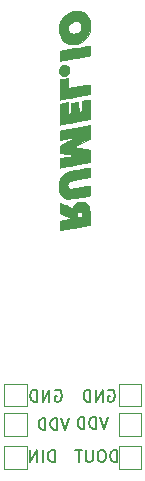
<source format=gbr>
G04 #@! TF.GenerationSoftware,KiCad,Pcbnew,(5.1.6)-1*
G04 #@! TF.CreationDate,2020-08-07T11:21:43-04:00*
G04 #@! TF.ProjectId,daftPunk,64616674-5075-46e6-9b2e-6b696361645f,rev?*
G04 #@! TF.SameCoordinates,Original*
G04 #@! TF.FileFunction,Legend,Bot*
G04 #@! TF.FilePolarity,Positive*
%FSLAX46Y46*%
G04 Gerber Fmt 4.6, Leading zero omitted, Abs format (unit mm)*
G04 Created by KiCad (PCBNEW (5.1.6)-1) date 2020-08-07 11:21:43*
%MOMM*%
%LPD*%
G01*
G04 APERTURE LIST*
%ADD10C,0.150000*%
%ADD11C,0.010000*%
%ADD12C,0.120000*%
G04 APERTURE END LIST*
D10*
X154461904Y-82300000D02*
X154557142Y-82252380D01*
X154700000Y-82252380D01*
X154842857Y-82300000D01*
X154938095Y-82395238D01*
X154985714Y-82490476D01*
X155033333Y-82680952D01*
X155033333Y-82823809D01*
X154985714Y-83014285D01*
X154938095Y-83109523D01*
X154842857Y-83204761D01*
X154700000Y-83252380D01*
X154604761Y-83252380D01*
X154461904Y-83204761D01*
X154414285Y-83157142D01*
X154414285Y-82823809D01*
X154604761Y-82823809D01*
X153985714Y-83252380D02*
X153985714Y-82252380D01*
X153414285Y-83252380D01*
X153414285Y-82252380D01*
X152938095Y-83252380D02*
X152938095Y-82252380D01*
X152700000Y-82252380D01*
X152557142Y-82300000D01*
X152461904Y-82395238D01*
X152414285Y-82490476D01*
X152366666Y-82680952D01*
X152366666Y-82823809D01*
X152414285Y-83014285D01*
X152461904Y-83109523D01*
X152557142Y-83204761D01*
X152700000Y-83252380D01*
X152938095Y-83252380D01*
X154433333Y-84552380D02*
X154100000Y-85552380D01*
X153766666Y-84552380D01*
X153433333Y-85552380D02*
X153433333Y-84552380D01*
X153195238Y-84552380D01*
X153052380Y-84600000D01*
X152957142Y-84695238D01*
X152909523Y-84790476D01*
X152861904Y-84980952D01*
X152861904Y-85123809D01*
X152909523Y-85314285D01*
X152957142Y-85409523D01*
X153052380Y-85504761D01*
X153195238Y-85552380D01*
X153433333Y-85552380D01*
X152433333Y-85552380D02*
X152433333Y-84552380D01*
X152195238Y-84552380D01*
X152052380Y-84600000D01*
X151957142Y-84695238D01*
X151909523Y-84790476D01*
X151861904Y-84980952D01*
X151861904Y-85123809D01*
X151909523Y-85314285D01*
X151957142Y-85409523D01*
X152052380Y-85504761D01*
X152195238Y-85552380D01*
X152433333Y-85552380D01*
X155190476Y-88352380D02*
X155190476Y-87352380D01*
X154952380Y-87352380D01*
X154809523Y-87400000D01*
X154714285Y-87495238D01*
X154666666Y-87590476D01*
X154619047Y-87780952D01*
X154619047Y-87923809D01*
X154666666Y-88114285D01*
X154714285Y-88209523D01*
X154809523Y-88304761D01*
X154952380Y-88352380D01*
X155190476Y-88352380D01*
X154000000Y-87352380D02*
X153809523Y-87352380D01*
X153714285Y-87400000D01*
X153619047Y-87495238D01*
X153571428Y-87685714D01*
X153571428Y-88019047D01*
X153619047Y-88209523D01*
X153714285Y-88304761D01*
X153809523Y-88352380D01*
X154000000Y-88352380D01*
X154095238Y-88304761D01*
X154190476Y-88209523D01*
X154238095Y-88019047D01*
X154238095Y-87685714D01*
X154190476Y-87495238D01*
X154095238Y-87400000D01*
X154000000Y-87352380D01*
X153142857Y-87352380D02*
X153142857Y-88161904D01*
X153095238Y-88257142D01*
X153047619Y-88304761D01*
X152952380Y-88352380D01*
X152761904Y-88352380D01*
X152666666Y-88304761D01*
X152619047Y-88257142D01*
X152571428Y-88161904D01*
X152571428Y-87352380D01*
X152238095Y-87352380D02*
X151666666Y-87352380D01*
X151952380Y-88352380D02*
X151952380Y-87352380D01*
X149961904Y-82300000D02*
X150057142Y-82252380D01*
X150200000Y-82252380D01*
X150342857Y-82300000D01*
X150438095Y-82395238D01*
X150485714Y-82490476D01*
X150533333Y-82680952D01*
X150533333Y-82823809D01*
X150485714Y-83014285D01*
X150438095Y-83109523D01*
X150342857Y-83204761D01*
X150200000Y-83252380D01*
X150104761Y-83252380D01*
X149961904Y-83204761D01*
X149914285Y-83157142D01*
X149914285Y-82823809D01*
X150104761Y-82823809D01*
X149485714Y-83252380D02*
X149485714Y-82252380D01*
X148914285Y-83252380D01*
X148914285Y-82252380D01*
X148438095Y-83252380D02*
X148438095Y-82252380D01*
X148200000Y-82252380D01*
X148057142Y-82300000D01*
X147961904Y-82395238D01*
X147914285Y-82490476D01*
X147866666Y-82680952D01*
X147866666Y-82823809D01*
X147914285Y-83014285D01*
X147961904Y-83109523D01*
X148057142Y-83204761D01*
X148200000Y-83252380D01*
X148438095Y-83252380D01*
X151133333Y-84652380D02*
X150800000Y-85652380D01*
X150466666Y-84652380D01*
X150133333Y-85652380D02*
X150133333Y-84652380D01*
X149895238Y-84652380D01*
X149752380Y-84700000D01*
X149657142Y-84795238D01*
X149609523Y-84890476D01*
X149561904Y-85080952D01*
X149561904Y-85223809D01*
X149609523Y-85414285D01*
X149657142Y-85509523D01*
X149752380Y-85604761D01*
X149895238Y-85652380D01*
X150133333Y-85652380D01*
X149133333Y-85652380D02*
X149133333Y-84652380D01*
X148895238Y-84652380D01*
X148752380Y-84700000D01*
X148657142Y-84795238D01*
X148609523Y-84890476D01*
X148561904Y-85080952D01*
X148561904Y-85223809D01*
X148609523Y-85414285D01*
X148657142Y-85509523D01*
X148752380Y-85604761D01*
X148895238Y-85652380D01*
X149133333Y-85652380D01*
X149923809Y-88352380D02*
X149923809Y-87352380D01*
X149685714Y-87352380D01*
X149542857Y-87400000D01*
X149447619Y-87495238D01*
X149400000Y-87590476D01*
X149352380Y-87780952D01*
X149352380Y-87923809D01*
X149400000Y-88114285D01*
X149447619Y-88209523D01*
X149542857Y-88304761D01*
X149685714Y-88352380D01*
X149923809Y-88352380D01*
X148923809Y-88352380D02*
X148923809Y-87352380D01*
X148447619Y-88352380D02*
X148447619Y-87352380D01*
X147876190Y-88352380D01*
X147876190Y-87352380D01*
D11*
G36*
X152906606Y-63653251D02*
G01*
X152902247Y-63551638D01*
X152895194Y-63483312D01*
X152887500Y-63461189D01*
X152853070Y-63461704D01*
X152771269Y-63471657D01*
X152650112Y-63489607D01*
X152497612Y-63514110D01*
X152321785Y-63543726D01*
X152130645Y-63577012D01*
X151932208Y-63612528D01*
X151734487Y-63648831D01*
X151545497Y-63684479D01*
X151373254Y-63718030D01*
X151225771Y-63748044D01*
X151111064Y-63773077D01*
X151037147Y-63791689D01*
X151020902Y-63796973D01*
X150794142Y-63910072D01*
X150608374Y-64061640D01*
X150464144Y-64250775D01*
X150361997Y-64476574D01*
X150302478Y-64738138D01*
X150285857Y-65012325D01*
X150291651Y-65148948D01*
X150305324Y-65285430D01*
X150324174Y-65396376D01*
X150328662Y-65414520D01*
X150411347Y-65639948D01*
X150525557Y-65821392D01*
X150669647Y-65957057D01*
X150841972Y-66045147D01*
X150928030Y-66068733D01*
X150967600Y-66075813D01*
X151010836Y-66080209D01*
X151062291Y-66081301D01*
X151126517Y-66078469D01*
X151208067Y-66071094D01*
X151311494Y-66058557D01*
X151441351Y-66040237D01*
X151602190Y-66015516D01*
X151798563Y-65983774D01*
X152035024Y-65944391D01*
X152316125Y-65896748D01*
X152646419Y-65840225D01*
X152795778Y-65814570D01*
X152894556Y-65797591D01*
X152902470Y-65418456D01*
X152904522Y-65276080D01*
X152904572Y-65153132D01*
X152902740Y-65061102D01*
X152899147Y-65011480D01*
X152898135Y-65007403D01*
X152872219Y-65000843D01*
X152801869Y-65004591D01*
X152684817Y-65018957D01*
X152518793Y-65044250D01*
X152301529Y-65080778D01*
X152104619Y-65115550D01*
X151870883Y-65157079D01*
X151685718Y-65188879D01*
X151542249Y-65211774D01*
X151433599Y-65226589D01*
X151352891Y-65234147D01*
X151293248Y-65235275D01*
X151247794Y-65230796D01*
X151212784Y-65222488D01*
X151101570Y-65165676D01*
X151033662Y-65073842D01*
X151007834Y-64945100D01*
X151007805Y-64907042D01*
X151031121Y-64767538D01*
X151094095Y-64664944D01*
X151201378Y-64591892D01*
X151208899Y-64588477D01*
X151264135Y-64571140D01*
X151366567Y-64545967D01*
X151507774Y-64514753D01*
X151679333Y-64479291D01*
X151872825Y-64441374D01*
X152079828Y-64402799D01*
X152084310Y-64401985D01*
X152286398Y-64364917D01*
X152470609Y-64330342D01*
X152629542Y-64299711D01*
X152755795Y-64274478D01*
X152841969Y-64256093D01*
X152880662Y-64246010D01*
X152881587Y-64245544D01*
X152891367Y-64212866D01*
X152899032Y-64136714D01*
X152904484Y-64029884D01*
X152907629Y-63905167D01*
X152908368Y-63775358D01*
X152906606Y-63653251D01*
G37*
X152906606Y-63653251D02*
X152902247Y-63551638D01*
X152895194Y-63483312D01*
X152887500Y-63461189D01*
X152853070Y-63461704D01*
X152771269Y-63471657D01*
X152650112Y-63489607D01*
X152497612Y-63514110D01*
X152321785Y-63543726D01*
X152130645Y-63577012D01*
X151932208Y-63612528D01*
X151734487Y-63648831D01*
X151545497Y-63684479D01*
X151373254Y-63718030D01*
X151225771Y-63748044D01*
X151111064Y-63773077D01*
X151037147Y-63791689D01*
X151020902Y-63796973D01*
X150794142Y-63910072D01*
X150608374Y-64061640D01*
X150464144Y-64250775D01*
X150361997Y-64476574D01*
X150302478Y-64738138D01*
X150285857Y-65012325D01*
X150291651Y-65148948D01*
X150305324Y-65285430D01*
X150324174Y-65396376D01*
X150328662Y-65414520D01*
X150411347Y-65639948D01*
X150525557Y-65821392D01*
X150669647Y-65957057D01*
X150841972Y-66045147D01*
X150928030Y-66068733D01*
X150967600Y-66075813D01*
X151010836Y-66080209D01*
X151062291Y-66081301D01*
X151126517Y-66078469D01*
X151208067Y-66071094D01*
X151311494Y-66058557D01*
X151441351Y-66040237D01*
X151602190Y-66015516D01*
X151798563Y-65983774D01*
X152035024Y-65944391D01*
X152316125Y-65896748D01*
X152646419Y-65840225D01*
X152795778Y-65814570D01*
X152894556Y-65797591D01*
X152902470Y-65418456D01*
X152904522Y-65276080D01*
X152904572Y-65153132D01*
X152902740Y-65061102D01*
X152899147Y-65011480D01*
X152898135Y-65007403D01*
X152872219Y-65000843D01*
X152801869Y-65004591D01*
X152684817Y-65018957D01*
X152518793Y-65044250D01*
X152301529Y-65080778D01*
X152104619Y-65115550D01*
X151870883Y-65157079D01*
X151685718Y-65188879D01*
X151542249Y-65211774D01*
X151433599Y-65226589D01*
X151352891Y-65234147D01*
X151293248Y-65235275D01*
X151247794Y-65230796D01*
X151212784Y-65222488D01*
X151101570Y-65165676D01*
X151033662Y-65073842D01*
X151007834Y-64945100D01*
X151007805Y-64907042D01*
X151031121Y-64767538D01*
X151094095Y-64664944D01*
X151201378Y-64591892D01*
X151208899Y-64588477D01*
X151264135Y-64571140D01*
X151366567Y-64545967D01*
X151507774Y-64514753D01*
X151679333Y-64479291D01*
X151872825Y-64441374D01*
X152079828Y-64402799D01*
X152084310Y-64401985D01*
X152286398Y-64364917D01*
X152470609Y-64330342D01*
X152629542Y-64299711D01*
X152755795Y-64274478D01*
X152841969Y-64256093D01*
X152880662Y-64246010D01*
X152881587Y-64245544D01*
X152891367Y-64212866D01*
X152899032Y-64136714D01*
X152904484Y-64029884D01*
X152907629Y-63905167D01*
X152908368Y-63775358D01*
X152906606Y-63653251D01*
G36*
X152946554Y-51259407D02*
G01*
X152897325Y-51010329D01*
X152812570Y-50781744D01*
X152694960Y-50585403D01*
X152644228Y-50523921D01*
X152490112Y-50391931D01*
X152296383Y-50287568D01*
X152074972Y-50215460D01*
X151837812Y-50180234D01*
X151750887Y-50177473D01*
X151613750Y-50189764D01*
X151448366Y-50222814D01*
X151276328Y-50270891D01*
X151119229Y-50328263D01*
X151036841Y-50367029D01*
X150847424Y-50496379D01*
X150671416Y-50671088D01*
X150517584Y-50880260D01*
X150394697Y-51113002D01*
X150354497Y-51214946D01*
X150322804Y-51344125D01*
X150302203Y-51510350D01*
X150293058Y-51695253D01*
X150295735Y-51880462D01*
X150310602Y-52047610D01*
X150335468Y-52170010D01*
X150431536Y-52415186D01*
X150561544Y-52615508D01*
X150727091Y-52772380D01*
X150929774Y-52887207D01*
X151171188Y-52961393D01*
X151252064Y-52976037D01*
X151531298Y-52992446D01*
X151592439Y-52984281D01*
X151592439Y-52111753D01*
X151447922Y-52111089D01*
X151318429Y-52089047D01*
X151226349Y-52048093D01*
X151127575Y-51944871D01*
X151066523Y-51810413D01*
X151045622Y-51657533D01*
X151067304Y-51499047D01*
X151103865Y-51402205D01*
X151191500Y-51273477D01*
X151309839Y-51173106D01*
X151449047Y-51102181D01*
X151599288Y-51061786D01*
X151750728Y-51053008D01*
X151893532Y-51076934D01*
X152017865Y-51134650D01*
X152113891Y-51227242D01*
X152148168Y-51286851D01*
X152195820Y-51454177D01*
X152190260Y-51619691D01*
X152134428Y-51775865D01*
X152031265Y-51915174D01*
X151883714Y-52030093D01*
X151850333Y-52048853D01*
X151732926Y-52091015D01*
X151592439Y-52111753D01*
X151592439Y-52984281D01*
X151800686Y-52956468D01*
X152054828Y-52871984D01*
X152288319Y-52742877D01*
X152495757Y-52573029D01*
X152671739Y-52366321D01*
X152810863Y-52126637D01*
X152907724Y-51857857D01*
X152927755Y-51772029D01*
X152957587Y-51517224D01*
X152946554Y-51259407D01*
G37*
X152946554Y-51259407D02*
X152897325Y-51010329D01*
X152812570Y-50781744D01*
X152694960Y-50585403D01*
X152644228Y-50523921D01*
X152490112Y-50391931D01*
X152296383Y-50287568D01*
X152074972Y-50215460D01*
X151837812Y-50180234D01*
X151750887Y-50177473D01*
X151613750Y-50189764D01*
X151448366Y-50222814D01*
X151276328Y-50270891D01*
X151119229Y-50328263D01*
X151036841Y-50367029D01*
X150847424Y-50496379D01*
X150671416Y-50671088D01*
X150517584Y-50880260D01*
X150394697Y-51113002D01*
X150354497Y-51214946D01*
X150322804Y-51344125D01*
X150302203Y-51510350D01*
X150293058Y-51695253D01*
X150295735Y-51880462D01*
X150310602Y-52047610D01*
X150335468Y-52170010D01*
X150431536Y-52415186D01*
X150561544Y-52615508D01*
X150727091Y-52772380D01*
X150929774Y-52887207D01*
X151171188Y-52961393D01*
X151252064Y-52976037D01*
X151531298Y-52992446D01*
X151592439Y-52984281D01*
X151592439Y-52111753D01*
X151447922Y-52111089D01*
X151318429Y-52089047D01*
X151226349Y-52048093D01*
X151127575Y-51944871D01*
X151066523Y-51810413D01*
X151045622Y-51657533D01*
X151067304Y-51499047D01*
X151103865Y-51402205D01*
X151191500Y-51273477D01*
X151309839Y-51173106D01*
X151449047Y-51102181D01*
X151599288Y-51061786D01*
X151750728Y-51053008D01*
X151893532Y-51076934D01*
X152017865Y-51134650D01*
X152113891Y-51227242D01*
X152148168Y-51286851D01*
X152195820Y-51454177D01*
X152190260Y-51619691D01*
X152134428Y-51775865D01*
X152031265Y-51915174D01*
X151883714Y-52030093D01*
X151850333Y-52048853D01*
X151732926Y-52091015D01*
X151592439Y-52111753D01*
X151592439Y-52984281D01*
X151800686Y-52956468D01*
X152054828Y-52871984D01*
X152288319Y-52742877D01*
X152495757Y-52573029D01*
X152671739Y-52366321D01*
X152810863Y-52126637D01*
X152907724Y-51857857D01*
X152927755Y-51772029D01*
X152957587Y-51517224D01*
X152946554Y-51259407D01*
G36*
X151126845Y-54979937D02*
G01*
X151024258Y-54858082D01*
X151019450Y-54853989D01*
X150948059Y-54805012D01*
X150870638Y-54782450D01*
X150779897Y-54777695D01*
X150621829Y-54801761D01*
X150488744Y-54875341D01*
X150376905Y-55000505D01*
X150376394Y-55001263D01*
X150327866Y-55115855D01*
X150310388Y-55254230D01*
X150324435Y-55392723D01*
X150366354Y-55501124D01*
X150449072Y-55604893D01*
X150548759Y-55661883D01*
X150680332Y-55680290D01*
X150692446Y-55680342D01*
X150857983Y-55654943D01*
X150996014Y-55581812D01*
X151101661Y-55463800D01*
X151121494Y-55429423D01*
X151176726Y-55272735D01*
X151178088Y-55120531D01*
X151126845Y-54979937D01*
G37*
X151126845Y-54979937D02*
X151024258Y-54858082D01*
X151019450Y-54853989D01*
X150948059Y-54805012D01*
X150870638Y-54782450D01*
X150779897Y-54777695D01*
X150621829Y-54801761D01*
X150488744Y-54875341D01*
X150376905Y-55000505D01*
X150376394Y-55001263D01*
X150327866Y-55115855D01*
X150310388Y-55254230D01*
X150324435Y-55392723D01*
X150366354Y-55501124D01*
X150449072Y-55604893D01*
X150548759Y-55661883D01*
X150680332Y-55680290D01*
X150692446Y-55680342D01*
X150857983Y-55654943D01*
X150996014Y-55581812D01*
X151101661Y-55463800D01*
X151121494Y-55429423D01*
X151176726Y-55272735D01*
X151178088Y-55120531D01*
X151126845Y-54979937D01*
G36*
X152904038Y-67491919D02*
G01*
X152890288Y-67225254D01*
X152867627Y-67008515D01*
X152836262Y-66843887D01*
X152809310Y-66760995D01*
X152731832Y-66627481D01*
X152622778Y-66505998D01*
X152500467Y-66416041D01*
X152471464Y-66401440D01*
X152346855Y-66365497D01*
X152192096Y-66350636D01*
X152029527Y-66357177D01*
X151881484Y-66385440D01*
X151858651Y-66392672D01*
X151694390Y-66476103D01*
X151551415Y-66601314D01*
X151446225Y-66753842D01*
X151445951Y-66754391D01*
X151407300Y-66828084D01*
X151378909Y-66875458D01*
X151370187Y-66885029D01*
X151342706Y-66873384D01*
X151272281Y-66840926D01*
X151166805Y-66791365D01*
X151034171Y-66728414D01*
X150882273Y-66655785D01*
X150860093Y-66645140D01*
X150706180Y-66571466D01*
X150570472Y-66506953D01*
X150460854Y-66455312D01*
X150385209Y-66420253D01*
X150351422Y-66405487D01*
X150350482Y-66405251D01*
X150347133Y-66431918D01*
X150344258Y-66505703D01*
X150342059Y-66617279D01*
X150340738Y-66757319D01*
X150340444Y-66868447D01*
X150340444Y-67331643D01*
X150559167Y-67414577D01*
X150693937Y-67465554D01*
X150851242Y-67524870D01*
X151000748Y-67581090D01*
X151024833Y-67590127D01*
X151149093Y-67639737D01*
X151226468Y-67678824D01*
X151264507Y-67711791D01*
X151271778Y-67734163D01*
X151249558Y-67777481D01*
X151180056Y-67802155D01*
X151117680Y-67813251D01*
X151013651Y-67831570D01*
X150881926Y-67854663D01*
X150736461Y-67880078D01*
X150721444Y-67882697D01*
X150354556Y-67946667D01*
X150346710Y-68349597D01*
X150338865Y-68752527D01*
X150417266Y-68736243D01*
X150461609Y-68727912D01*
X150555158Y-68710991D01*
X150691519Y-68686613D01*
X150864300Y-68655915D01*
X151067106Y-68620031D01*
X151293543Y-68580097D01*
X151537219Y-68537247D01*
X151624556Y-68521917D01*
X151840966Y-68483900D01*
X151840966Y-67675251D01*
X151819909Y-67650252D01*
X151809572Y-67585972D01*
X151809637Y-67498483D01*
X151819788Y-67403858D01*
X151839707Y-67318172D01*
X151848474Y-67294349D01*
X151909698Y-67208931D01*
X152000258Y-67170996D01*
X152105332Y-67179091D01*
X152172341Y-67220051D01*
X152213627Y-67304938D01*
X152230681Y-67437273D01*
X152231333Y-67476635D01*
X152231333Y-67613012D01*
X152052633Y-67644131D01*
X151954655Y-67660347D01*
X151877346Y-67671604D01*
X151840966Y-67675251D01*
X151840966Y-68483900D01*
X151872676Y-68478329D01*
X152105743Y-68437270D01*
X152317369Y-68399874D01*
X152501165Y-68367276D01*
X152650743Y-68340608D01*
X152759716Y-68321005D01*
X152821695Y-68309600D01*
X152831056Y-68307765D01*
X152908667Y-68291655D01*
X152908667Y-67806324D01*
X152904038Y-67491919D01*
G37*
X152904038Y-67491919D02*
X152890288Y-67225254D01*
X152867627Y-67008515D01*
X152836262Y-66843887D01*
X152809310Y-66760995D01*
X152731832Y-66627481D01*
X152622778Y-66505998D01*
X152500467Y-66416041D01*
X152471464Y-66401440D01*
X152346855Y-66365497D01*
X152192096Y-66350636D01*
X152029527Y-66357177D01*
X151881484Y-66385440D01*
X151858651Y-66392672D01*
X151694390Y-66476103D01*
X151551415Y-66601314D01*
X151446225Y-66753842D01*
X151445951Y-66754391D01*
X151407300Y-66828084D01*
X151378909Y-66875458D01*
X151370187Y-66885029D01*
X151342706Y-66873384D01*
X151272281Y-66840926D01*
X151166805Y-66791365D01*
X151034171Y-66728414D01*
X150882273Y-66655785D01*
X150860093Y-66645140D01*
X150706180Y-66571466D01*
X150570472Y-66506953D01*
X150460854Y-66455312D01*
X150385209Y-66420253D01*
X150351422Y-66405487D01*
X150350482Y-66405251D01*
X150347133Y-66431918D01*
X150344258Y-66505703D01*
X150342059Y-66617279D01*
X150340738Y-66757319D01*
X150340444Y-66868447D01*
X150340444Y-67331643D01*
X150559167Y-67414577D01*
X150693937Y-67465554D01*
X150851242Y-67524870D01*
X151000748Y-67581090D01*
X151024833Y-67590127D01*
X151149093Y-67639737D01*
X151226468Y-67678824D01*
X151264507Y-67711791D01*
X151271778Y-67734163D01*
X151249558Y-67777481D01*
X151180056Y-67802155D01*
X151117680Y-67813251D01*
X151013651Y-67831570D01*
X150881926Y-67854663D01*
X150736461Y-67880078D01*
X150721444Y-67882697D01*
X150354556Y-67946667D01*
X150346710Y-68349597D01*
X150338865Y-68752527D01*
X150417266Y-68736243D01*
X150461609Y-68727912D01*
X150555158Y-68710991D01*
X150691519Y-68686613D01*
X150864300Y-68655915D01*
X151067106Y-68620031D01*
X151293543Y-68580097D01*
X151537219Y-68537247D01*
X151624556Y-68521917D01*
X151840966Y-68483900D01*
X151840966Y-67675251D01*
X151819909Y-67650252D01*
X151809572Y-67585972D01*
X151809637Y-67498483D01*
X151819788Y-67403858D01*
X151839707Y-67318172D01*
X151848474Y-67294349D01*
X151909698Y-67208931D01*
X152000258Y-67170996D01*
X152105332Y-67179091D01*
X152172341Y-67220051D01*
X152213627Y-67304938D01*
X152230681Y-67437273D01*
X152231333Y-67476635D01*
X152231333Y-67613012D01*
X152052633Y-67644131D01*
X151954655Y-67660347D01*
X151877346Y-67671604D01*
X151840966Y-67675251D01*
X151840966Y-68483900D01*
X151872676Y-68478329D01*
X152105743Y-68437270D01*
X152317369Y-68399874D01*
X152501165Y-68367276D01*
X152650743Y-68340608D01*
X152759716Y-68321005D01*
X152821695Y-68309600D01*
X152831056Y-68307765D01*
X152908667Y-68291655D01*
X152908667Y-67806324D01*
X152904038Y-67491919D01*
G36*
X152831635Y-59868788D02*
G01*
X152786792Y-59877109D01*
X152692982Y-59893943D01*
X152556850Y-59918116D01*
X152385036Y-59948456D01*
X152184184Y-59983791D01*
X151960933Y-60022947D01*
X151721928Y-60064753D01*
X151695111Y-60069437D01*
X151451185Y-60112128D01*
X151219190Y-60152911D01*
X151006340Y-60190504D01*
X150819847Y-60223626D01*
X150666923Y-60250995D01*
X150554782Y-60271331D01*
X150490635Y-60283353D01*
X150488611Y-60283753D01*
X150340444Y-60313253D01*
X150340444Y-60706363D01*
X150341139Y-60863711D01*
X150343883Y-60973054D01*
X150349672Y-61042819D01*
X150359498Y-61081435D01*
X150374355Y-61097331D01*
X150386778Y-61099473D01*
X150426648Y-61094260D01*
X150513587Y-61079627D01*
X150639288Y-61057082D01*
X150795443Y-61028133D01*
X150973745Y-60994290D01*
X151094758Y-60970929D01*
X151281531Y-60935254D01*
X151450287Y-60904184D01*
X151593003Y-60879102D01*
X151701654Y-60861390D01*
X151768218Y-60852431D01*
X151785143Y-60851965D01*
X151768424Y-60866588D01*
X151707180Y-60903298D01*
X151607340Y-60958876D01*
X151474831Y-61030101D01*
X151315584Y-61113756D01*
X151135527Y-61206621D01*
X151077163Y-61236393D01*
X150340444Y-61611240D01*
X150340444Y-61905690D01*
X150341865Y-62026920D01*
X150345705Y-62123910D01*
X150351333Y-62184966D01*
X150356368Y-62200140D01*
X150392546Y-62204350D01*
X150474966Y-62215999D01*
X150594135Y-62233614D01*
X150740557Y-62255722D01*
X150904739Y-62280849D01*
X151077187Y-62307523D01*
X151248406Y-62334270D01*
X151408902Y-62359618D01*
X151549181Y-62382093D01*
X151659748Y-62400222D01*
X151731111Y-62412533D01*
X151751556Y-62416610D01*
X151794101Y-62429136D01*
X151790701Y-62439151D01*
X151736989Y-62453116D01*
X151725083Y-62455782D01*
X151669518Y-62466024D01*
X151567510Y-62482761D01*
X151428496Y-62504526D01*
X151261913Y-62529854D01*
X151077199Y-62557279D01*
X150984250Y-62570848D01*
X150340444Y-62664292D01*
X150340444Y-63446402D01*
X150418056Y-63430292D01*
X150462220Y-63422000D01*
X150555597Y-63405116D01*
X150691798Y-63380773D01*
X150864435Y-63350105D01*
X151067120Y-63314247D01*
X151293465Y-63274331D01*
X151537082Y-63231493D01*
X151624556Y-63216140D01*
X151872676Y-63172551D01*
X152105743Y-63131493D01*
X152317369Y-63094097D01*
X152501165Y-63061498D01*
X152650743Y-63034830D01*
X152759716Y-63015227D01*
X152821695Y-63003822D01*
X152831056Y-63001987D01*
X152908667Y-62985877D01*
X152908667Y-62467674D01*
X152907568Y-62302570D01*
X152904514Y-62157766D01*
X152899868Y-62042378D01*
X152893993Y-61965520D01*
X152887500Y-61936427D01*
X152854828Y-61928592D01*
X152774224Y-61913492D01*
X152653542Y-61892470D01*
X152500634Y-61866872D01*
X152323351Y-61838044D01*
X152181944Y-61815557D01*
X151993212Y-61785240D01*
X151824457Y-61757018D01*
X151683212Y-61732241D01*
X151577009Y-61712261D01*
X151513382Y-61698429D01*
X151498133Y-61692880D01*
X151522782Y-61677469D01*
X151592038Y-61641464D01*
X151699334Y-61588087D01*
X151838105Y-61520564D01*
X152001784Y-61442116D01*
X152183805Y-61355969D01*
X152196633Y-61349936D01*
X152894556Y-61021844D01*
X152909826Y-59852956D01*
X152831635Y-59868788D01*
G37*
X152831635Y-59868788D02*
X152786792Y-59877109D01*
X152692982Y-59893943D01*
X152556850Y-59918116D01*
X152385036Y-59948456D01*
X152184184Y-59983791D01*
X151960933Y-60022947D01*
X151721928Y-60064753D01*
X151695111Y-60069437D01*
X151451185Y-60112128D01*
X151219190Y-60152911D01*
X151006340Y-60190504D01*
X150819847Y-60223626D01*
X150666923Y-60250995D01*
X150554782Y-60271331D01*
X150490635Y-60283353D01*
X150488611Y-60283753D01*
X150340444Y-60313253D01*
X150340444Y-60706363D01*
X150341139Y-60863711D01*
X150343883Y-60973054D01*
X150349672Y-61042819D01*
X150359498Y-61081435D01*
X150374355Y-61097331D01*
X150386778Y-61099473D01*
X150426648Y-61094260D01*
X150513587Y-61079627D01*
X150639288Y-61057082D01*
X150795443Y-61028133D01*
X150973745Y-60994290D01*
X151094758Y-60970929D01*
X151281531Y-60935254D01*
X151450287Y-60904184D01*
X151593003Y-60879102D01*
X151701654Y-60861390D01*
X151768218Y-60852431D01*
X151785143Y-60851965D01*
X151768424Y-60866588D01*
X151707180Y-60903298D01*
X151607340Y-60958876D01*
X151474831Y-61030101D01*
X151315584Y-61113756D01*
X151135527Y-61206621D01*
X151077163Y-61236393D01*
X150340444Y-61611240D01*
X150340444Y-61905690D01*
X150341865Y-62026920D01*
X150345705Y-62123910D01*
X150351333Y-62184966D01*
X150356368Y-62200140D01*
X150392546Y-62204350D01*
X150474966Y-62215999D01*
X150594135Y-62233614D01*
X150740557Y-62255722D01*
X150904739Y-62280849D01*
X151077187Y-62307523D01*
X151248406Y-62334270D01*
X151408902Y-62359618D01*
X151549181Y-62382093D01*
X151659748Y-62400222D01*
X151731111Y-62412533D01*
X151751556Y-62416610D01*
X151794101Y-62429136D01*
X151790701Y-62439151D01*
X151736989Y-62453116D01*
X151725083Y-62455782D01*
X151669518Y-62466024D01*
X151567510Y-62482761D01*
X151428496Y-62504526D01*
X151261913Y-62529854D01*
X151077199Y-62557279D01*
X150984250Y-62570848D01*
X150340444Y-62664292D01*
X150340444Y-63446402D01*
X150418056Y-63430292D01*
X150462220Y-63422000D01*
X150555597Y-63405116D01*
X150691798Y-63380773D01*
X150864435Y-63350105D01*
X151067120Y-63314247D01*
X151293465Y-63274331D01*
X151537082Y-63231493D01*
X151624556Y-63216140D01*
X151872676Y-63172551D01*
X152105743Y-63131493D01*
X152317369Y-63094097D01*
X152501165Y-63061498D01*
X152650743Y-63034830D01*
X152759716Y-63015227D01*
X152821695Y-63003822D01*
X152831056Y-63001987D01*
X152908667Y-62985877D01*
X152908667Y-62467674D01*
X152907568Y-62302570D01*
X152904514Y-62157766D01*
X152899868Y-62042378D01*
X152893993Y-61965520D01*
X152887500Y-61936427D01*
X152854828Y-61928592D01*
X152774224Y-61913492D01*
X152653542Y-61892470D01*
X152500634Y-61866872D01*
X152323351Y-61838044D01*
X152181944Y-61815557D01*
X151993212Y-61785240D01*
X151824457Y-61757018D01*
X151683212Y-61732241D01*
X151577009Y-61712261D01*
X151513382Y-61698429D01*
X151498133Y-61692880D01*
X151522782Y-61677469D01*
X151592038Y-61641464D01*
X151699334Y-61588087D01*
X151838105Y-61520564D01*
X152001784Y-61442116D01*
X152183805Y-61355969D01*
X152196633Y-61349936D01*
X152894556Y-61021844D01*
X152909826Y-59852956D01*
X152831635Y-59868788D01*
G36*
X152907977Y-58304970D02*
G01*
X152906026Y-58114574D01*
X152902991Y-57950672D01*
X152899051Y-57820223D01*
X152894382Y-57730189D01*
X152889161Y-57687531D01*
X152887500Y-57685013D01*
X152852687Y-57689963D01*
X152774560Y-57703052D01*
X152665315Y-57722189D01*
X152558163Y-57741457D01*
X152431888Y-57764046D01*
X152326173Y-57782276D01*
X152253327Y-57794066D01*
X152226552Y-57797473D01*
X152218638Y-57824119D01*
X152211864Y-57897761D01*
X152206723Y-58008953D01*
X152203704Y-58148251D01*
X152203111Y-58249029D01*
X152202246Y-58423354D01*
X152199242Y-58548378D01*
X152193488Y-58631223D01*
X152184370Y-58679010D01*
X152171278Y-58698863D01*
X152164306Y-58700584D01*
X152109994Y-58705891D01*
X152038059Y-58718072D01*
X151950618Y-58735561D01*
X151935000Y-57893859D01*
X151300000Y-58002869D01*
X151300000Y-58423168D01*
X151298636Y-58598510D01*
X151294221Y-58723373D01*
X151286273Y-58803663D01*
X151274307Y-58845289D01*
X151264722Y-58854250D01*
X151213407Y-58866407D01*
X151138916Y-58880674D01*
X151137722Y-58880881D01*
X151046000Y-58896729D01*
X151046000Y-57904080D01*
X150954278Y-57920388D01*
X150885336Y-57932694D01*
X150779358Y-57951664D01*
X150654863Y-57973983D01*
X150601500Y-57983559D01*
X150340444Y-58030422D01*
X150340444Y-59805736D01*
X150418056Y-59789625D01*
X150462220Y-59781333D01*
X150555597Y-59764449D01*
X150691798Y-59740106D01*
X150864435Y-59709438D01*
X151067120Y-59673580D01*
X151293465Y-59633665D01*
X151537082Y-59590826D01*
X151624556Y-59575473D01*
X151872676Y-59531885D01*
X152105743Y-59490826D01*
X152317369Y-59453430D01*
X152501165Y-59420831D01*
X152650743Y-59394163D01*
X152759716Y-59374560D01*
X152821695Y-59363156D01*
X152831056Y-59361321D01*
X152908667Y-59345210D01*
X152908667Y-58514897D01*
X152907977Y-58304970D01*
G37*
X152907977Y-58304970D02*
X152906026Y-58114574D01*
X152902991Y-57950672D01*
X152899051Y-57820223D01*
X152894382Y-57730189D01*
X152889161Y-57687531D01*
X152887500Y-57685013D01*
X152852687Y-57689963D01*
X152774560Y-57703052D01*
X152665315Y-57722189D01*
X152558163Y-57741457D01*
X152431888Y-57764046D01*
X152326173Y-57782276D01*
X152253327Y-57794066D01*
X152226552Y-57797473D01*
X152218638Y-57824119D01*
X152211864Y-57897761D01*
X152206723Y-58008953D01*
X152203704Y-58148251D01*
X152203111Y-58249029D01*
X152202246Y-58423354D01*
X152199242Y-58548378D01*
X152193488Y-58631223D01*
X152184370Y-58679010D01*
X152171278Y-58698863D01*
X152164306Y-58700584D01*
X152109994Y-58705891D01*
X152038059Y-58718072D01*
X151950618Y-58735561D01*
X151935000Y-57893859D01*
X151300000Y-58002869D01*
X151300000Y-58423168D01*
X151298636Y-58598510D01*
X151294221Y-58723373D01*
X151286273Y-58803663D01*
X151274307Y-58845289D01*
X151264722Y-58854250D01*
X151213407Y-58866407D01*
X151138916Y-58880674D01*
X151137722Y-58880881D01*
X151046000Y-58896729D01*
X151046000Y-57904080D01*
X150954278Y-57920388D01*
X150885336Y-57932694D01*
X150779358Y-57951664D01*
X150654863Y-57973983D01*
X150601500Y-57983559D01*
X150340444Y-58030422D01*
X150340444Y-59805736D01*
X150418056Y-59789625D01*
X150462220Y-59781333D01*
X150555597Y-59764449D01*
X150691798Y-59740106D01*
X150864435Y-59709438D01*
X151067120Y-59673580D01*
X151293465Y-59633665D01*
X151537082Y-59590826D01*
X151624556Y-59575473D01*
X151872676Y-59531885D01*
X152105743Y-59490826D01*
X152317369Y-59453430D01*
X152501165Y-59420831D01*
X152650743Y-59394163D01*
X152759716Y-59374560D01*
X152821695Y-59363156D01*
X152831056Y-59361321D01*
X152908667Y-59345210D01*
X152908667Y-58514897D01*
X152907977Y-58304970D01*
G36*
X152908277Y-56662535D02*
G01*
X152906311Y-56551398D01*
X152901577Y-56479600D01*
X152892881Y-56438589D01*
X152879030Y-56419814D01*
X152858831Y-56414722D01*
X152851889Y-56414584D01*
X152813441Y-56419246D01*
X152727879Y-56432267D01*
X152603673Y-56452204D01*
X152449297Y-56477611D01*
X152273220Y-56507044D01*
X152083916Y-56539058D01*
X151889855Y-56572208D01*
X151699510Y-56605050D01*
X151521352Y-56636138D01*
X151363852Y-56664028D01*
X151235483Y-56687275D01*
X151144716Y-56704435D01*
X151109500Y-56711729D01*
X151046000Y-56726104D01*
X151046000Y-55857640D01*
X150756722Y-55909806D01*
X150628780Y-55933228D01*
X150516154Y-55954480D01*
X150434001Y-55970669D01*
X150403944Y-55977149D01*
X150340444Y-55992326D01*
X150340444Y-57689069D01*
X150418056Y-57672959D01*
X150462220Y-57664667D01*
X150555597Y-57647782D01*
X150691798Y-57623439D01*
X150864435Y-57592772D01*
X151067120Y-57556913D01*
X151293465Y-57516998D01*
X151537082Y-57474159D01*
X151624556Y-57458806D01*
X151872676Y-57415218D01*
X152105743Y-57374159D01*
X152317369Y-57336763D01*
X152501165Y-57304165D01*
X152650743Y-57277497D01*
X152759716Y-57257894D01*
X152821695Y-57246489D01*
X152831056Y-57244654D01*
X152908667Y-57228544D01*
X152908667Y-56821564D01*
X152908277Y-56662535D01*
G37*
X152908277Y-56662535D02*
X152906311Y-56551398D01*
X152901577Y-56479600D01*
X152892881Y-56438589D01*
X152879030Y-56419814D01*
X152858831Y-56414722D01*
X152851889Y-56414584D01*
X152813441Y-56419246D01*
X152727879Y-56432267D01*
X152603673Y-56452204D01*
X152449297Y-56477611D01*
X152273220Y-56507044D01*
X152083916Y-56539058D01*
X151889855Y-56572208D01*
X151699510Y-56605050D01*
X151521352Y-56636138D01*
X151363852Y-56664028D01*
X151235483Y-56687275D01*
X151144716Y-56704435D01*
X151109500Y-56711729D01*
X151046000Y-56726104D01*
X151046000Y-55857640D01*
X150756722Y-55909806D01*
X150628780Y-55933228D01*
X150516154Y-55954480D01*
X150434001Y-55970669D01*
X150403944Y-55977149D01*
X150340444Y-55992326D01*
X150340444Y-57689069D01*
X150418056Y-57672959D01*
X150462220Y-57664667D01*
X150555597Y-57647782D01*
X150691798Y-57623439D01*
X150864435Y-57592772D01*
X151067120Y-57556913D01*
X151293465Y-57516998D01*
X151537082Y-57474159D01*
X151624556Y-57458806D01*
X151872676Y-57415218D01*
X152105743Y-57374159D01*
X152317369Y-57336763D01*
X152501165Y-57304165D01*
X152650743Y-57277497D01*
X152759716Y-57257894D01*
X152821695Y-57246489D01*
X152831056Y-57244654D01*
X152908667Y-57228544D01*
X152908667Y-56821564D01*
X152908277Y-56662535D01*
G36*
X152908099Y-53387958D02*
G01*
X152905713Y-53276139D01*
X152900488Y-53203901D01*
X152891403Y-53162815D01*
X152877434Y-53144451D01*
X152859278Y-53140377D01*
X152821903Y-53145058D01*
X152734836Y-53158623D01*
X152603961Y-53180077D01*
X152435159Y-53208426D01*
X152234312Y-53242677D01*
X152007302Y-53281836D01*
X151760013Y-53324908D01*
X151575167Y-53357353D01*
X150340444Y-53574758D01*
X150340444Y-54415291D01*
X150418056Y-54399181D01*
X150462220Y-54390889D01*
X150555597Y-54374004D01*
X150691798Y-54349662D01*
X150864435Y-54318994D01*
X151067120Y-54283135D01*
X151293465Y-54243220D01*
X151537082Y-54200382D01*
X151624556Y-54185029D01*
X151872676Y-54141440D01*
X152105743Y-54100381D01*
X152317369Y-54062986D01*
X152501165Y-54030387D01*
X152650743Y-54003719D01*
X152759716Y-53984116D01*
X152821695Y-53972711D01*
X152831056Y-53970876D01*
X152908667Y-53954766D01*
X152908667Y-53547786D01*
X152908099Y-53387958D01*
G37*
X152908099Y-53387958D02*
X152905713Y-53276139D01*
X152900488Y-53203901D01*
X152891403Y-53162815D01*
X152877434Y-53144451D01*
X152859278Y-53140377D01*
X152821903Y-53145058D01*
X152734836Y-53158623D01*
X152603961Y-53180077D01*
X152435159Y-53208426D01*
X152234312Y-53242677D01*
X152007302Y-53281836D01*
X151760013Y-53324908D01*
X151575167Y-53357353D01*
X150340444Y-53574758D01*
X150340444Y-54415291D01*
X150418056Y-54399181D01*
X150462220Y-54390889D01*
X150555597Y-54374004D01*
X150691798Y-54349662D01*
X150864435Y-54318994D01*
X151067120Y-54283135D01*
X151293465Y-54243220D01*
X151537082Y-54200382D01*
X151624556Y-54185029D01*
X151872676Y-54141440D01*
X152105743Y-54100381D01*
X152317369Y-54062986D01*
X152501165Y-54030387D01*
X152650743Y-54003719D01*
X152759716Y-53984116D01*
X152821695Y-53972711D01*
X152831056Y-53970876D01*
X152908667Y-53954766D01*
X152908667Y-53547786D01*
X152908099Y-53387958D01*
D12*
X145650000Y-86150000D02*
X147550000Y-86150000D01*
X147550000Y-86150000D02*
X147550000Y-84250000D01*
X147550000Y-84250000D02*
X145650000Y-84250000D01*
X145650000Y-84250000D02*
X145650000Y-86150000D01*
X145650000Y-87050000D02*
X145650000Y-88950000D01*
X147550000Y-87050000D02*
X145650000Y-87050000D01*
X147550000Y-88950000D02*
X147550000Y-87050000D01*
X145650000Y-88950000D02*
X147550000Y-88950000D01*
X145650000Y-83650000D02*
X147550000Y-83650000D01*
X147550000Y-83650000D02*
X147550000Y-81750000D01*
X147550000Y-81750000D02*
X145650000Y-81750000D01*
X145650000Y-81750000D02*
X145650000Y-83650000D01*
X155350000Y-84250000D02*
X155350000Y-86150000D01*
X157250000Y-84250000D02*
X155350000Y-84250000D01*
X157250000Y-86150000D02*
X157250000Y-84250000D01*
X155350000Y-86150000D02*
X157250000Y-86150000D01*
X155350000Y-88950000D02*
X157250000Y-88950000D01*
X157250000Y-88950000D02*
X157250000Y-87050000D01*
X157250000Y-87050000D02*
X155350000Y-87050000D01*
X155350000Y-87050000D02*
X155350000Y-88950000D01*
X155350000Y-81750000D02*
X155350000Y-83650000D01*
X157250000Y-81750000D02*
X155350000Y-81750000D01*
X157250000Y-83650000D02*
X157250000Y-81750000D01*
X155350000Y-83650000D02*
X157250000Y-83650000D01*
M02*

</source>
